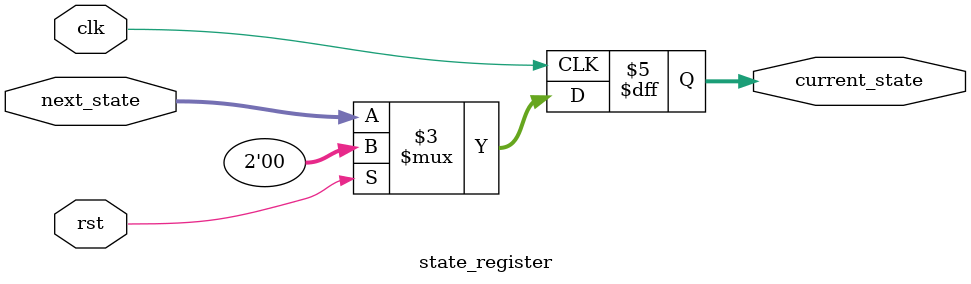
<source format=sv>
module clk_gate_fsm (
    input  wire       clk,
    input  wire       rst,
    input  wire       en,
    output wire [1:0] state
);

    // 内部连线
    wire       gated_clk;
    wire [1:0] next_state;

    // 实例化时钟门控子模块
    clock_gating_unit clk_gate_inst (
        .clk_in      (clk),
        .enable      (en),
        .gated_clk   (gated_clk)
    );

    // 实例化状态计算子模块 - 使用Baugh-Wooley乘法器实现
    next_state_logic state_logic_inst (
        .current_state (state),
        .next_state    (next_state)
    );

    // 实例化状态寄存器子模块
    state_register state_reg_inst (
        .clk           (gated_clk),
        .rst           (rst),
        .next_state    (next_state),
        .current_state (state)
    );

endmodule

// 时钟门控子模块
module clock_gating_unit (
    input  wire clk_in,
    input  wire enable,
    output wire gated_clk
);

    // 简单时钟门控实现
    assign gated_clk = clk_in & enable;

endmodule

// 状态转换逻辑子模块 - 使用2位Baugh-Wooley乘法器实现
module next_state_logic (
    input  wire [1:0] current_state,
    output wire [1:0] next_state
);
    
    // 使用乘法运算结果的低2位作为下一状态
    wire [3:0] mult_result;
    
    // 实例化Baugh-Wooley乘法器
    baugh_wooley_2bit multiplier (
        .a          (current_state),
        .b          (2'b10),         // 选择2作为乘数常量
        .product    (mult_result)
    );
    
    // 利用乘法结果的低2位作为状态转换结果
    // 保持原有状态机转换特性
    assign next_state = (current_state == 2'b10) ? 2'b00 : mult_result[1:0];

endmodule

// 2位Baugh-Wooley乘法器
module baugh_wooley_2bit (
    input  wire [1:0] a,
    input  wire [1:0] b,
    output wire [3:0] product
);
    // 部分积
    wire pp0_0, pp0_1, pp1_0, pp1_1;
    
    // 计算部分积
    assign pp0_0 = a[0] & b[0];
    assign pp0_1 = a[0] & b[1];
    assign pp1_0 = a[1] & b[0];
    assign pp1_1 = ~(a[1] & b[1]); // Baugh-Wooley算法中符号位取反
    
    // 最终结果计算
    assign product[0] = pp0_0;
    assign product[1] = pp0_1 ^ pp1_0;
    assign product[2] = (pp0_1 & pp1_0) ^ pp1_1 ^ 1'b1; // 添加修正位1
    assign product[3] = (pp0_1 & pp1_0 & pp1_1) | ((pp0_1 & pp1_0) & 1'b1) | (pp1_1 & 1'b1);

endmodule

// 状态寄存器子模块
module state_register (
    input  wire       clk,
    input  wire       rst,
    input  wire [1:0] next_state,
    output reg  [1:0] current_state
);

    // 寄存器更新逻辑
    always @(posedge clk) begin
        if (rst)
            current_state <= 2'b00;
        else
            current_state <= next_state;
    end

endmodule
</source>
